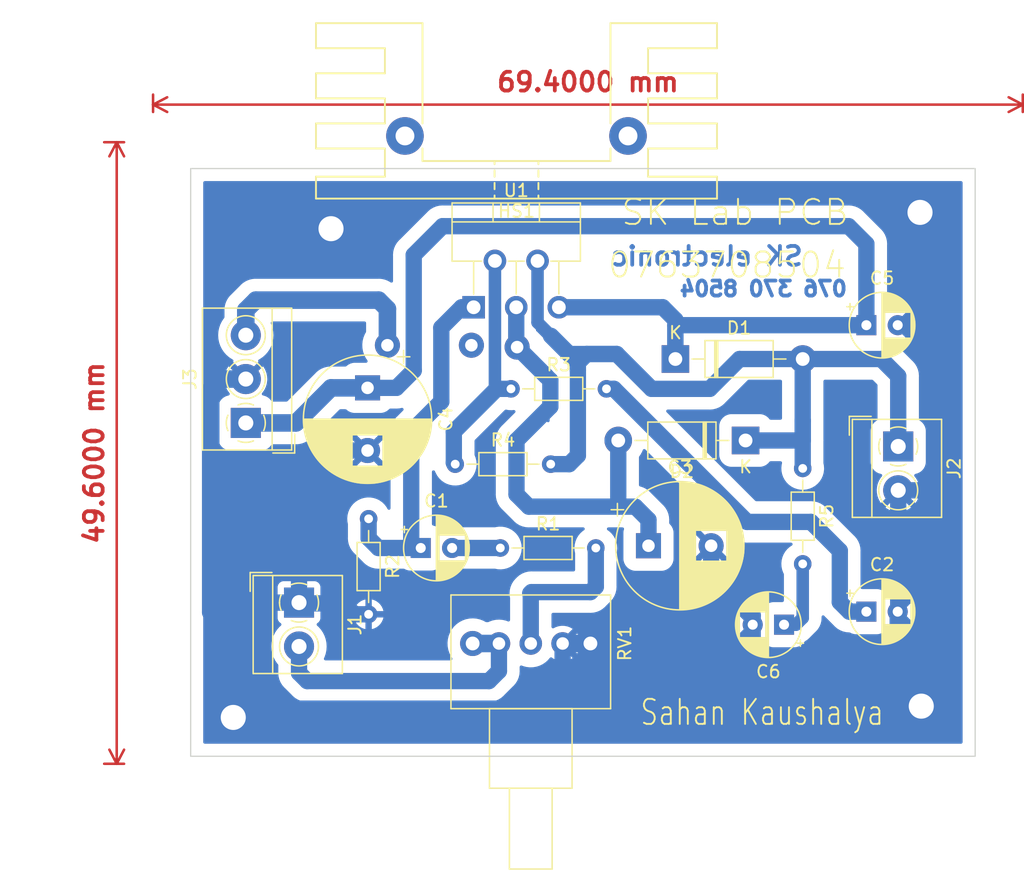
<source format=kicad_pcb>
(kicad_pcb (version 20211014) (generator pcbnew)
  (layers (0 "F.Cu" signal) (31 "B.Cu" signal) (34 "B.Paste" user) (35 "F.Paste" user) (36 "B.SilkS" user "B.Silkscreen") (37 "F.SilkS" user "F.Silkscreen") (38 "B.Mask" user) (39 "F.Mask" user) (44 "Edge.Cuts" user))
  (net 0 "")
  (net 1 "Net-(C1-Pad1)")
  (net 2 "Net-(C1-Pad2)")
  (net 3 "Net-(C2-Pad1)")
  (net 4 "GND")
  (net 5 "+12V")
  (net 6 "Net-(C6-Pad1)")
  (net 7 "Net-(D1-Pad2)")
  (net 8 "-12V")
  (net 9 "Net-(J1-Pad2)")
  (net 10 "Net-(R1-Pad2)")
  (net 11 "Net-(R3-Pad1)")
  (footprint "TerminalBlock_4Ucon:TerminalBlock_4Ucon_1x02_P3.50mm_Horizontal" (layer "F.Cu") (at 162.56 98.576998 -90)
    (fp_text reference "J2" (at 1.75 -4.46 90) (layer "F.SilkS"))
    (fp_text value "Screw_Terminal_01x02")
    (pad "1" thru_hole rect (at 0 0 270) (size 2.4 2.4) (drill 1.2) (layers *.Cu *.Mask) (net 7 "Net-(D1-Pad2)"))
    (pad "2" thru_hole circle (at 3.5 0 270) (size 2.4 2.4) (drill 1.2) (layers *.Cu *.Mask) (net 4 "GND"))
  )
  (footprint "Resistor_THT:R_Axial_DIN0204_L3.6mm_D1.6mm_P7.62mm_Horizontal" (layer "F.Cu") (at 130.81 106.68)
    (fp_text reference "R1" (at 3.81 -1.92) (layer "F.SilkS"))
    (fp_text value "1.2K")
    (pad "1" thru_hole circle (at 0 0) (size 1.4 1.4) (drill 0.7) (layers *.Cu *.Mask) (net 2 "Net-(C1-Pad2)"))
    (pad "2" thru_hole oval (at 7.62 0) (size 1.4 1.4) (drill 0.7) (layers *.Cu *.Mask) (net 10 "Net-(R1-Pad2)"))
  )
  (footprint "Diode_THT:D_DO-41_SOD81_P10.16mm_Horizontal" (layer "F.Cu") (at 150.38 98.1 180)
    (fp_text reference "D2" (at 5.08 -2.47) (layer "F.SilkS"))
    (fp_text value "1N4001")
    (fp_text user "K" (at 0 -2.1) (layer "F.SilkS"))
    (pad "1" thru_hole rect (at 0 0 180) (size 2.2 2.2) (drill 1.1) (layers *.Cu *.Mask) (net 7 "Net-(D1-Pad2)"))
    (pad "2" thru_hole oval (at 10.16 0 180) (size 2.2 2.2) (drill 1.1) (layers *.Cu *.Mask) (net 8 "-12V"))
  )
  (footprint "Capacitor_THT:CP_Radial_D5.0mm_P2.50mm" (layer "F.Cu") (at 160.02 111.76)
    (fp_text reference "C2" (at 1.25 -3.75) (layer "F.SilkS"))
    (fp_text value "10uF")
    (pad "1" thru_hole rect (at 0 0) (size 1.6 1.6) (drill 0.8) (layers *.Cu *.Mask) (net 3 "Net-(C2-Pad1)"))
    (pad "2" thru_hole circle (at 2.5 0) (size 1.6 1.6) (drill 0.8) (layers *.Cu *.Mask) (net 4 "GND"))
  )
  (footprint "Capacitor_THT:CP_Radial_D5.0mm_P2.50mm" (layer "F.Cu") (at 153.45 112.8 180)
    (fp_text reference "C6" (at 1.25 -3.75) (layer "F.SilkS"))
    (fp_text value "0.22uF")
    (pad "1" thru_hole rect (at 0 0 180) (size 1.6 1.6) (drill 0.8) (layers *.Cu *.Mask) (net 6 "Net-(C6-Pad1)"))
    (pad "2" thru_hole circle (at 2.5 0 180) (size 1.6 1.6) (drill 0.8) (layers *.Cu *.Mask) (net 4 "GND"))
  )
  (footprint "Capacitor_THT:CP_Radial_D5.0mm_P2.50mm" (layer "F.Cu") (at 124.46 106.68)
    (fp_text reference "C1" (at 1.25 -3.75) (layer "F.SilkS"))
    (fp_text value "1uF")
    (pad "1" thru_hole rect (at 0 0) (size 1.6 1.6) (drill 0.8) (layers *.Cu *.Mask) (net 1 "Net-(C1-Pad1)"))
    (pad "2" thru_hole circle (at 2.5 0) (size 1.6 1.6) (drill 0.8) (layers *.Cu *.Mask) (net 2 "Net-(C1-Pad2)"))
  )
  (footprint "Resistor_THT:R_Axial_DIN0204_L3.6mm_D1.6mm_P7.62mm_Horizontal" (layer "F.Cu") (at 120.3 104.35 -90)
    (fp_text reference "R2" (at 3.81 -1.92 90) (layer "F.SilkS"))
    (fp_text value "47K")
    (pad "1" thru_hole circle (at 0 0 270) (size 1.4 1.4) (drill 0.7) (layers *.Cu *.Mask) (net 1 "Net-(C1-Pad1)"))
    (pad "2" thru_hole oval (at 7.62 0 270) (size 1.4 1.4) (drill 0.7) (layers *.Cu *.Mask) (net 4 "GND"))
  )
  (footprint "Capacitor_THT:CP_Radial_D5.0mm_P2.50mm" (layer "F.Cu") (at 160.02 88.9)
    (fp_text reference "C5" (at 1.25 -3.75) (layer "F.SilkS"))
    (fp_text value "0.1UF")
    (pad "1" thru_hole rect (at 0 0) (size 1.6 1.6) (drill 0.8) (layers *.Cu *.Mask) (net 5 "+12V"))
    (pad "2" thru_hole circle (at 2.5 0) (size 1.6 1.6) (drill 0.8) (layers *.Cu *.Mask) (net 4 "GND"))
  )
  (footprint "Resistor_THT:R_Axial_DIN0204_L3.6mm_D1.6mm_P7.62mm_Horizontal" (layer "F.Cu") (at 131.660225 93.98)
    (fp_text reference "R3" (at 3.81 -1.92) (layer "F.SilkS"))
    (fp_text value "1.2K")
    (pad "1" thru_hole circle (at 0 0) (size 1.4 1.4) (drill 0.7) (layers *.Cu *.Mask) (net 11 "Net-(R3-Pad1)"))
    (pad "2" thru_hole oval (at 7.62 0) (size 1.4 1.4) (drill 0.7) (layers *.Cu *.Mask) (net 3 "Net-(C2-Pad1)"))
  )
  (footprint "Capacitor_THT:CP_Radial_D10.0mm_P5.00mm" (layer "F.Cu") (at 142.632323 106.5)
    (fp_text reference "C3" (at 2.5 -6.25) (layer "F.SilkS"))
    (fp_text value "2200uF")
    (pad "1" thru_hole rect (at 0 0) (size 2 2) (drill 1) (layers *.Cu *.Mask) (net 8 "-12V"))
    (pad "2" thru_hole circle (at 5 0) (size 2 2) (drill 1) (layers *.Cu *.Mask) (net 4 "GND"))
  )
  (footprint "Resistor_THT:R_Axial_DIN0204_L3.6mm_D1.6mm_P7.62mm_Horizontal" (layer "F.Cu") (at 127.21 99.99)
    (fp_text reference "R4" (at 3.81 -1.92) (layer "F.SilkS"))
    (fp_text value "47K")
    (pad "1" thru_hole circle (at 0 0) (size 1.4 1.4) (drill 0.7) (layers *.Cu *.Mask) (net 11 "Net-(R3-Pad1)"))
    (pad "2" thru_hole oval (at 7.62 0) (size 1.4 1.4) (drill 0.7) (layers *.Cu *.Mask) (net 7 "Net-(D1-Pad2)"))
  )
  (footprint "Capacitor_THT:CP_Radial_D10.0mm_P5.00mm" (layer "F.Cu") (at 120.215 93.902278 -90)
    (fp_text reference "C4" (at 2.5 -6.25 90) (layer "F.SilkS"))
    (fp_text value "2200uF")
    (pad "1" thru_hole rect (at 0 0 270) (size 2 2) (drill 1) (layers *.Cu *.Mask) (net 5 "+12V"))
    (pad "2" thru_hole circle (at 5 0 270) (size 2 2) (drill 1) (layers *.Cu *.Mask) (net 4 "GND"))
  )
  (footprint "TerminalBlock_4Ucon:TerminalBlock_4Ucon_1x02_P3.50mm_Horizontal" (layer "F.Cu") (at 114.7465 111.0375 -90)
    (fp_text reference "J1" (at 1.75 -4.46 90) (layer "F.SilkS"))
    (fp_text value "Screw_Terminal_01x02")
    (pad "1" thru_hole rect (at 0 0 270) (size 2.4 2.4) (drill 1.2) (layers *.Cu *.Mask) (net 4 "GND"))
    (pad "2" thru_hole circle (at 3.5 0 270) (size 2.4 2.4) (drill 1.2) (layers *.Cu *.Mask) (net 9 "Net-(J1-Pad2)"))
  )
  (footprint "Diode_THT:D_DO-41_SOD81_P10.16mm_Horizontal" (layer "F.Cu") (at 144.78 91.6)
    (fp_text reference "D1" (at 5.08 -2.47) (layer "F.SilkS"))
    (fp_text value "1N4001")
    (fp_text user "K" (at 0 -2.1) (layer "F.SilkS"))
    (pad "1" thru_hole rect (at 0 0) (size 2.2 2.2) (drill 1.1) (layers *.Cu *.Mask) (net 5 "+12V"))
    (pad "2" thru_hole oval (at 10.16 0) (size 2.2 2.2) (drill 1.1) (layers *.Cu *.Mask) (net 7 "Net-(D1-Pad2)"))
  )
  (footprint "TerminalBlock_4Ucon:TerminalBlock_4Ucon_1x03_P3.50mm_Horizontal" (layer "F.Cu") (at 110.5 96.7 90)
    (fp_text reference "J3" (at 3.5 -4.46 90) (layer "F.SilkS"))
    (fp_text value "Screw_Terminal_01x03")
    (pad "1" thru_hole rect (at 0 0 90) (size 2.4 2.4) (drill 1.2) (layers *.Cu *.Mask) (net 5 "+12V"))
    (pad "2" thru_hole circle (at 3.5 0 90) (size 2.4 2.4) (drill 1.2) (layers *.Cu *.Mask) (net 4 "GND"))
    (pad "3" thru_hole circle (at 7 0 90) (size 2.4 2.4) (drill 1.2) (layers *.Cu *.Mask) (net 8 "-12V"))
  )
  (footprint "Potentiometer_THT:Potentiometer_Vishay_148-149_Single_Horizontal" (layer "F.Cu") (at 130.7 114.3 -90)
    (fp_text reference "RV1" (at 0 -10.04 90) (layer "F.SilkS"))
    (fp_text value "50K")
    (pad "1" thru_hole circle (at 0 0 270) (size 1.8 1.8) (drill 1) (layers *.Cu *.Mask) (net 9 "Net-(J1-Pad2)"))
    (pad "2" thru_hole circle (at 0 -2.54 270) (size 1.8 1.8) (drill 1) (layers *.Cu *.Mask) (net 10 "Net-(R1-Pad2)"))
    (pad "3" thru_hole circle (at 0 -5.08 270) (size 1.8 1.8) (drill 1) (layers *.Cu *.Mask) (net 4 "GND"))
  )
  (footprint "Resistor_THT:R_Axial_DIN0204_L3.6mm_D1.6mm_P7.62mm_Horizontal" (layer "F.Cu") (at 154.94 100.33 -90)
    (fp_text reference "R5" (at 3.81 -1.92 90) (layer "F.SilkS"))
    (fp_text value "1R")
    (pad "1" thru_hole circle (at 0 0 270) (size 1.4 1.4) (drill 0.7) (layers *.Cu *.Mask) (net 7 "Net-(D1-Pad2)"))
    (pad "2" thru_hole oval (at 7.62 0 270) (size 1.4 1.4) (drill 0.7) (layers *.Cu *.Mask) (net 6 "Net-(C6-Pad1)"))
  )
  (footprint "Package_TO_SOT_THT:TO-220-5_P3.4x3.7mm_StaggerOdd_Lead3.8mm_Vertical" (layer "F.Cu") (at 128.68 87.47)
    (fp_text reference "U1" (at 3.4 -9.32) (layer "F.SilkS"))
    (fp_text value "TDA2030")
    (pad "1" thru_hole rect (at 0 0) (size 1.8 1.8) (drill 1.1) (layers *.Cu *.Mask) (net 1 "Net-(C1-Pad1)"))
    (pad "2" thru_hole oval (at 1.7 -3.7) (size 1.8 1.8) (drill 1.1) (layers *.Cu *.Mask) (net 11 "Net-(R3-Pad1)"))
    (pad "3" thru_hole oval (at 3.4 0) (size 1.8 1.8) (drill 1.1) (layers *.Cu *.Mask) (net 8 "-12V"))
    (pad "4" thru_hole oval (at 5.1 -3.7) (size 1.8 1.8) (drill 1.1) (layers *.Cu *.Mask) (net 7 "Net-(D1-Pad2)"))
    (pad "5" thru_hole oval (at 6.8 0) (size 1.8 1.8) (drill 1.1) (layers *.Cu *.Mask) (net 5 "+12V"))
  )
  (footprint "Heatsink:Heatsink_Stonecold_HS-132_32x14mm_2xFixation1.5mm" (layer "F.Cu") (at 132.1 73.8 180)
    (fp_text reference "HS1" (at 0 -6) (layer "F.SilkS"))
    (fp_text value "Heatsink")
    (pad "1" thru_hole circle (at -8.9 0 180) (size 3 3) (drill 1.5) (layers *.Cu *.Mask))
    (pad "1" thru_hole circle (at 8.9 0 180) (size 3 3) (drill 1.5) (layers *.Cu *.Mask))
  )
  (gr_rect (start 106.1 76.4) (end 168.7 123.3) (layer "Edge.Cuts") (width 0.1) (fill none))
  (gr_text "SK electronic" (at 147.3 83.4) (layer "B.Cu") (effects (font (size 1.5 1.5) (thickness 0.3)) (justify mirror)))
  (gr_text "076 370 8504" (at 151.8 86) (layer "B.Cu") (effects (font (size 1.2 1.2) (thickness 0.3)) (justify mirror)))
  (gr_text "0763708504" (at 148.9 84.1) (layer "F.SilkS") (effects (font (size 2 2))))
  (gr_text "SK Lab PCB " (at 150.3 79.9) (layer "F.SilkS") (effects (font (size 2 2))))
  (gr_text "Sahan Kaushalya" (at 151.7 119.8) (layer "F.SilkS") (effects (font (size 2 1.5))))
  (dimension (type aligned) (layer "F.Cu") (pts (xy 172.5 70) (xy 103.1 70)) (height -1.299999) (gr_text "69.4000 mm" (at 137.8 69.499999) (layer "F.Cu") (effects (font (size 1.5 1.5) (thickness 0.3)))) (format (units 3) (units_format 1) (precision 4)) (style (thickness 0.2) (arrow_length 1.27) (text_position_mode 0) (extension_height 0.58642) (extension_offset 0.5) keep_text_aligned))
  (dimension (type aligned) (layer "F.Cu") (pts (xy 98.7 74.3) (xy 98.7 123.9)) (height -1.5) (gr_text "49.6000 mm" (at 98.4 99.1 90) (layer "F.Cu") (effects (font (size 1.5 1.5) (thickness 0.3)))) (format (units 3) (units_format 1) (precision 4)) (style (thickness 0.2) (arrow_length 1.27) (text_position_mode 0) (extension_height 0.58642) (extension_offset 0.5) keep_text_aligned))
  (via (at 128.5 90.5) (size 2) (drill 1) (layers "F.Cu" "B.Cu") (net 0))
  (segment (start 128.3 90.5) (end 128.5 90.5) (width 1.4) (layer "B.Cu") (net 0))
  (segment (start 128.5 90.5) (end 128.8 90.5) (width 1.4) (layer "B.Cu") (net 0))
  (segment (start 123.98 106.68) (end 121.08 106.68) (width 1.3) (layer "B.Cu") (net 1))
  (segment (start 123.7 97.4) (end 123.7 106.4) (width 1.3) (layer "B.Cu") (net 1))
  (segment (start 128.68 87.47) (end 127.73 87.47) (width 1.3) (layer "B.Cu") (net 1))
  (segment (start 123.7 106.4) (end 123.98 106.68) (width 1.3) (layer "B.Cu") (net 1))
  (segment (start 120.3 105.9) (end 120.3 104.35) (width 1.3) (layer "B.Cu") (net 1))
  (segment (start 126.1 95) (end 123.7 97.4) (width 1.3) (layer "B.Cu") (net 1))
  (segment (start 127.73 87.47) (end 126.1 89.1) (width 1.3) (layer "B.Cu") (net 1))
  (segment (start 126.1 89.1) (end 126.1 95) (width 1.3) (layer "B.Cu") (net 1))
  (segment (start 124.46 106.68) (end 123.98 106.68) (width 1.3) (layer "B.Cu") (net 1))
  (segment (start 121.08 106.68) (end 120.3 105.9) (width 1.3) (layer "B.Cu") (net 1))
  (segment (start 130.81 106.68) (end 126.96 106.68) (width 1.3) (layer "B.Cu") (net 2))
  (segment (start 157.9 111) (end 158.66 111.76) (width 1.3) (layer "B.Cu") (net 3))
  (segment (start 150.5 104.6) (end 155.6 104.6) (width 1.3) (layer "B.Cu") (net 3))
  (segment (start 158.66 111.76) (end 160.02 111.76) (width 1.3) (layer "B.Cu") (net 3))
  (segment (start 157.9 106.9) (end 157.9 111) (width 1.3) (layer "B.Cu") (net 3))
  (segment (start 139.88 93.98) (end 150.5 104.6) (width 1.3) (layer "B.Cu") (net 3))
  (segment (start 155.6 104.6) (end 157.9 106.9) (width 1.3) (layer "B.Cu") (net 3))
  (segment (start 139.280225 93.98) (end 139.88 93.98) (width 1.3) (layer "B.Cu") (net 3))
  (segment (start 139.7 93.98) (end 139.280225 93.98) (width 0.25) (layer "B.Cu") (net 3))
  (via (at 164.4 119.3) (size 3) (drill 2) (layers "F.Cu" "B.Cu") (net 4))
  (via (at 138 114.3) (size 2) (drill 1.1) (layers "F.Cu" "B.Cu") (net 4))
  (via (at 109.5 120.2) (size 3) (drill 2) (layers "F.Cu" "B.Cu") (net 4))
  (via (at 117.3 81.2) (size 3) (drill 2) (layers "F.Cu" "B.Cu") (net 4))
  (via (at 164.3 79.9) (size 3) (drill 2) (layers "F.Cu" "B.Cu") (net 4))
  (segment (start 147.632323 108.732323) (end 147.632323 106.5) (width 1.3) (layer "B.Cu") (net 4))
  (segment (start 112.2 119.5) (end 135.6 119.5) (width 1.3) (layer "B.Cu") (net 4))
  (segment (start 107.7 94) (end 108.5 93.2) (width 1.4) (layer "B.Cu") (net 4))
  (segment (start 120.3 111.97) (end 119.17 111.97) (width 1.3) (layer "B.Cu") (net 4))
  (segment (start 150.95 119.5) (end 147.4 119.5) (width 1.3) (layer "B.Cu") (net 4))
  (segment (start 135.78 114.3) (end 135.78 119.32) (width 1.3) (layer "B.Cu") (net 4))
  (segment (start 118.3 111.1) (end 114.809 111.1) (width 1.3) (layer "B.Cu") (net 4))
  (segment (start 120.215 98.902278) (end 115.397722 98.902278) (width 1.3) (layer "B.Cu") (net 4))
  (segment (start 111.2 112.8) (end 108.7 112.8) (width 1.4) (layer "B.Cu") (net 4))
  (segment (start 159.9 119.5) (end 147.4 119.5) (width 1.3) (layer "B.Cu") (net 4))
  (segment (start 114.7465 111.0375) (end 114.7465 104.370778) (width 1.3) (layer "B.Cu") (net 4))
  (segment (start 111.2 112) (end 112.1625 111.0375) (width 1.3) (layer "B.Cu") (net 4))
  (segment (start 150.95 112.8) (end 150.95 112.05) (width 1.3) (layer "B.Cu") (net 4))
  (segment (start 147.4 119.5) (end 135.6 119.5) (width 1.3) (layer "B.Cu") (net 4))
  (segment (start 114.809 111.1) (end 114.7465 111.0375) (width 1.3) (layer "B.Cu") (net 4))
  (segment (start 162.56 111.72) (end 162.52 111.76) (width 1.3) (layer "B.Cu") (net 4))
  (segment (start 115.397722 98.902278) (end 114.7 99.6) (width 1.3) (layer "B.Cu") (net 4))
  (segment (start 108.7 112.8) (end 107.7 111.8) (width 1.4) (layer "B.Cu") (net 4))
  (segment (start 111.2 118.5) (end 112.2 119.5) (width 1.3) (layer "B.Cu") (net 4))
  (segment (start 114.7 99.6) (end 114.7 104.324278) (width 1.3) (layer "B.Cu") (net 4))
  (segment (start 112.1625 111.0375) (end 114.7465 111.0375) (width 1.3) (layer "B.Cu") (net 4))
  (segment (start 135.78 119.32) (end 135.6 119.5) (width 1.3) (layer "B.Cu") (net 4))
  (segment (start 162.56 102.076998) (end 162.56 111.72) (width 1.3) (layer "B.Cu") (net 4))
  (segment (start 107.7 111.8) (end 107.7 94) (width 1.4) (layer "B.Cu") (net 4))
  (segment (start 119.17 111.97) (end 118.3 111.1) (width 1.3) (layer "B.Cu") (net 4))
  (segment (start 162.52 88.9) (end 164.7 88.9) (width 1.3) (layer "B.Cu") (net 4))
  (segment (start 164.7 88.9) (end 166.1 90.3) (width 1.3) (layer "B.Cu") (net 4))
  (segment (start 164.923002 102.076998) (end 162.56 102.076998) (width 1.3) (layer "B.Cu") (net 4))
  (segment (start 166.1 100.9) (end 164.923002 102.076998) (width 1.3) (layer "B.Cu") (net 4))
  (segment (start 114.7 104.324278) (end 114.7465 104.370778) (width 1.3) (layer "B.Cu") (net 4))
  (segment (start 150.95 115.75) (end 150.95 112.8) (width 0.25) (layer "B.Cu") (net 4))
  (segment (start 150.95 112.05) (end 147.632323 108.732323) (width 1.3) (layer "B.Cu") (net 4))
  (segment (start 111.2 112.8) (end 111.2 112) (width 1.3) (layer "B.Cu") (net 4))
  (segment (start 135.78 114.3) (end 138 114.3) (width 1.4) (layer "B.Cu") (net 4))
  (segment (start 111.2 112.8) (end 111.2 118.5) (width 1.3) (layer "B.Cu") (net 4))
  (segment (start 162.52 111.76) (end 162.52 116.88) (width 1.3) (layer "B.Cu") (net 4))
  (segment (start 108.5 93.2) (end 110.5 93.2) (width 1.4) (layer "B.Cu") (net 4))
  (segment (start 162.52 116.88) (end 159.9 119.5) (width 1.3) (layer "B.Cu") (net 4))
  (segment (start 166.1 90.3) (end 166.1 100.9) (width 1.3) (layer "B.Cu") (net 4))
  (segment (start 150.95 112.8) (end 150.95 119.5) (width 1.3) (layer "B.Cu") (net 4))
  (segment (start 123.9 83.3) (end 126.2 81) (width 1.3) (layer "B.Cu") (net 5))
  (segment (start 160.02 82.42) (end 160.02 88.9) (width 1.3) (layer "B.Cu") (net 5))
  (segment (start 144.78 91.6) (end 144.78 88.48) (width 1.3) (layer "B.Cu") (net 5))
  (segment (start 144.78 88.92) (end 144.8 88.9) (width 1.3) (layer "B.Cu") (net 5))
  (segment (start 117.297722 93.902278) (end 120.215 93.902278) (width 1.4) (layer "B.Cu") (net 5))
  (segment (start 122.515 93.902278) (end 123.9 92.517278) (width 1.3) (layer "B.Cu") (net 5))
  (segment (start 144.78 88.48) (end 143.77 87.47) (width 1.3) (layer "B.Cu") (net 5))
  (segment (start 120.215 93.902278) (end 122.515 93.902278) (width 1.3) (layer "B.Cu") (net 5))
  (segment (start 126.2 81) (end 158.6 81) (width 1.3) (layer "B.Cu") (net 5))
  (segment (start 144.8 88.9) (end 160.02 88.9) (width 1.3) (layer "B.Cu") (net 5))
  (segment (start 158.6 81) (end 160.02 82.42) (width 1.3) (layer "B.Cu") (net 5))
  (segment (start 114.5 96.7) (end 117.297722 93.902278) (width 1.4) (layer "B.Cu") (net 5))
  (segment (start 144.78 91.6) (end 144.78 88.92) (width 1.3) (layer "B.Cu") (net 5))
  (segment (start 143.77 87.47) (end 135.48 87.47) (width 1.3) (layer "B.Cu") (net 5))
  (segment (start 110.5 96.7) (end 114.5 96.7) (width 1.4) (layer "B.Cu") (net 5))
  (segment (start 123.9 92.517278) (end 123.9 83.3) (width 1.3) (layer "B.Cu") (net 5))
  (segment (start 154.94 107.95) (end 154.94 112.26) (width 1) (layer "B.Cu") (net 6))
  (segment (start 154.94 112.26) (end 154.4 112.8) (width 1) (layer "B.Cu") (net 6))
  (segment (start 154.4 112.8) (end 153.45 112.8) (width 1) (layer "B.Cu") (net 6))
  (segment (start 134.85 89.75) (end 136.15 91.05) (width 1) (layer "B.Cu") (net 7))
  (segment (start 137 92.5) (end 137 91.9) (width 1.3) (layer "B.Cu") (net 7))
  (segment (start 140.1 91.2) (end 136.3 91.2) (width 1.3) (layer "B.Cu") (net 7))
  (segment (start 149.9 91.6) (end 154.94 91.6) (width 1.3) (layer "B.Cu") (net 7))
  (segment (start 136.31 99.99) (end 137 99.3) (width 1.3) (layer "B.Cu") (net 7))
  (segment (start 136.3 91.2) (end 134.85 89.75) (width 1.3) (layer "B.Cu") (net 7))
  (segment (start 154.94 91.6) (end 154.94 96.52) (width 1.3) (layer "B.Cu") (net 7))
  (segment (start 133.78 88.68) (end 134.85 89.75) (width 1) (layer "B.Cu") (net 7))
  (segment (start 161.2 91.6) (end 162.56 92.96) (width 1.3) (layer "B.Cu") (net 7))
  (segment (start 137 91.9) (end 137.7 91.2) (width 1.3) (layer "B.Cu") (net 7))
  (segment (start 142.88 93.98) (end 147.52 93.98) (width 1.3) (layer "B.Cu") (net 7))
  (segment (start 137 99.3) (end 137 92.5) (width 1.3) (layer "B.Cu") (net 7))
  (segment (start 136.15 91.05) (end 137 91.9) (width 1) (layer "B.Cu") (net 7))
  (segment (start 133.78 83.77) (end 133.78 88.68) (width 1) (layer "B.Cu") (net 7))
  (segment (start 137 91.9) (end 136.3 91.2) (width 1.3) (layer "B.Cu") (net 7))
  (segment (start 154.94 98.1) (end 154.94 96.52) (width 1.3) (layer "B.Cu") (net 7))
  (segment (start 154.94 91.6) (end 161.2 91.6) (width 1.3) (layer "B.Cu") (net 7))
  (segment (start 147.52 93.98) (end 149.9 91.6) (width 1.3) (layer "B.Cu") (net 7))
  (segment (start 162.56 92.96) (end 162.56 98.576998) (width 1.3) (layer "B.Cu") (net 7))
  (segment (start 139.7 91.44) (end 142.24 93.98) (width 0.25) (layer "B.Cu") (net 7))
  (segment (start 133.78 83.77) (end 133.78 89.28) (width 0.25) (layer "B.Cu") (net 7))
  (segment (start 135.94 91.44) (end 137.16 91.44) (width 0.25) (layer "B.Cu") (net 7))
  (segment (start 137.16 91.44) (end 137.16 97.66) (width 0.25) (layer "B.Cu") (net 7))
  (segment (start 133.78 89.28) (end 135.94 91.44) (width 0.25) (layer "B.Cu") (net 7))
  (segment (start 134.83 99.99) (end 136.31 99.99) (width 1.3) (layer "B.Cu") (net 7))
  (segment (start 137.7 91.2) (end 140.1 91.2) (width 1.3) (layer "B.Cu") (net 7))
  (segment (start 150.38 98.1) (end 154.94 98.1) (width 1.3) (layer "B.Cu") (net 7))
  (segment (start 137.16 91.44) (end 139.7 91.44) (width 0.25) (layer "B.Cu") (net 7))
  (segment (start 154.94 96.52) (end 154.94 100.33) (width 1.3) (layer "B.Cu") (net 7))
  (segment (start 136.3 91.2) (end 136.15 91.05) (width 1.3) (layer "B.Cu") (net 7))
  (segment (start 140.1 91.2) (end 142.88 93.98) (width 1.3) (layer "B.Cu") (net 7))
  (segment (start 142.88 93.98) (end 142.24 93.98) (width 0.25) (layer "B.Cu") (net 7))
  (via (at 121.8 90.5) (size 2) (drill 1) (layers "F.Cu" "B.Cu") (net 8))
  (via (at 132.15 90.65) (size 2) (drill 1) (layers "F.Cu" "B.Cu") (net 8))
  (segment (start 133.3 91.8) (end 132.5 91) (width 1.3) (layer "B.Cu") (net 8))
  (segment (start 133.08 103.38) (end 132.1 102.4) (width 1.3) (layer "B.Cu") (net 8))
  (segment (start 132.08 90.58) (end 132.5 91) (width 0.25) (layer "B.Cu") (net 8))
  (segment (start 134.45 92.95) (end 133.3 91.8) (width 1.3) (layer "B.Cu") (net 8))
  (segment (start 132.1 98.1) (end 134.8 95.4) (width 1.3) (layer "B.Cu") (net 8))
  (segment (start 132.08 90.58) (end 132.15 90.65) (width 1.3) (layer "B.Cu") (net 8))
  (segment (start 110.5 89.7) (end 110.5 87.7) (width 1.4) (layer "B.Cu") (net 8))
  (segment (start 142.632323 104.432323) (end 142.632323 106.5) (width 1.3) (layer "B.Cu") (net 8))
  (segment (start 110.5 87.7) (end 111.3 86.9) (width 1.4) (layer "B.Cu") (net 8))
  (segment (start 140.22 98.1) (end 140.22 103.28) (width 1.3) (layer "B.Cu") (net 8))
  (segment (start 132.08 90.58) (end 133.3 91.8) (width 1.2) (layer "B.Cu") (net 8))
  (segment (start 132.08 87.47) (end 132.08 90.58) (width 1.3) (layer "B.Cu") (net 8))
  (segment (start 140.22 103.38) (end 133.08 103.38) (width 1.3) (layer "B.Cu") (net 8))
  (segment (start 134.62 96.52) (end 134.62 93.12) (width 0.25) (layer "B.Cu") (net 8))
  (segment (start 140.22 103.38) (end 141.58 103.38) (width 1.3) (layer "B.Cu") (net 8))
  (segment (start 121.1 86.9) (end 121.8 87.6) (width 1.4) (layer "B.Cu") (net 8))
  (segment (start 121.8 87.6) (end 121.8 90.5) (width 1.4) (layer "B.Cu") (net 8))
  (segment (start 141.58 103.38) (end 142.632323 104.432323) (width 1.3) (layer "B.Cu") (net 8))
  (segment (start 134.8 95.4) (end 134.8 93.3) (width 1.3) (layer "B.Cu") (net 8))
  (segment (start 132.15 90.65) (end 134.45 92.95) (width 1.3) (layer "B.Cu") (net 8))
  (segment (start 140.22 103.28) (end 140.2 103.3) (width 1.3) (layer "B.Cu") (net 8))
  (segment (start 134.8 93.3) (end 134.45 92.95) (width 1.3) (layer "B.Cu") (net 8))
  (segment (start 111.3 86.9) (end 121.1 86.9) (width 1.4) (layer "B.Cu") (net 8))
  (segment (start 132.1 102.4) (end 132.1 98.1) (width 1.3) (layer "B.Cu") (net 8))
  (via (at 128.6 114.3) (size 2) (drill 1.1) (layers "F.Cu" "B.Cu") (net 9))
  (segment (start 114.7465 116.6465) (end 114.7465 114.5375) (width 1.3) (layer "B.Cu") (net 9))
  (segment (start 115.4 117.3) (end 114.7465 116.6465) (width 1.3) (layer "B.Cu") (net 9))
  (segment (start 129.9 117.3) (end 115.4 117.3) (width 1.3) (layer "B.Cu") (net 9))
  (segment (start 128.6 114.3) (end 130.7 114.3) (width 1.4) (layer "B.Cu") (net 9))
  (segment (start 130.7 116.5) (end 129.9 117.3) (width 1.3) (layer "B.Cu") (net 9))
  (segment (start 130.7 114.3) (end 130.7 116.5) (width 1.3) (layer "B.Cu") (net 9))
  (segment (start 133.24 110.34) (end 133.2 110.3) (width 1.3) (layer "B.Cu") (net 10))
  (segment (start 133.24 114.3) (end 133.24 110.34) (width 1.3) (layer "B.Cu") (net 10))
  (segment (start 138 110.2) (end 138.43 109.77) (width 1.3) (layer "B.Cu") (net 10))
  (segment (start 138.43 109.77) (end 138.43 106.68) (width 1.3) (layer "B.Cu") (net 10))
  (segment (start 133.3 110.2) (end 138 110.2) (width 1.3) (layer "B.Cu") (net 10))
  (segment (start 133.2 110.3) (end 133.3 110.2) (width 1.3) (layer "B.Cu") (net 10))
  (segment (start 127.21 99.99) (end 127.1 99.88) (width 1.3) (layer "B.Cu") (net 11))
  (segment (start 127.1 99.88) (end 127.1 97.4) (width 1.3) (layer "B.Cu") (net 11))
  (segment (start 130.38 93.98) (end 131.660225 93.98) (width 1) (layer "B.Cu") (net 11))
  (segment (start 130.52 93.98) (end 131.660225 93.98) (width 1.3) (layer "B.Cu") (net 11))
  (segment (start 130.38 83.77) (end 130.38 93.98) (width 1) (layer "B.Cu") (net 11))
  (segment (start 130.38 83.77) (end 130.38 92.28) (width 0.25) (layer "B.Cu") (net 11))
  (segment (start 127.1 97.4) (end 130.52 93.98) (width 1.3) (layer "B.Cu") (net 11))
  (zone (net 4) (net_name "GND") (layer "B.Cu") (connect_pads (clearance 1)) (min_thickness 0.254) (fill yes (thermal_gap 0.508) (thermal_bridge_width 0.508) (smoothing fillet))
    (polygon (pts (xy 171.3 123.9) (xy 104.5 123.8) (xy 104 76.3) (xy 104 76.2) (xy 171.1 76.1)))
  )
)
</source>
